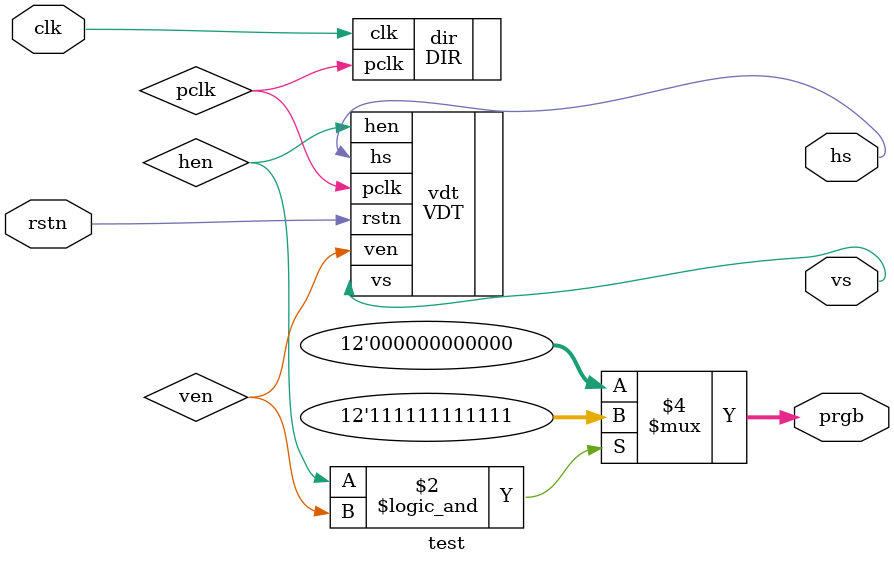
<source format=v>
`timescale 1ns / 1ps


module test(input clk,
            rstn,
            output reg[11:0] prgb,
            output hs,
            output vs);
    wire hen,ven;
    DIR dir(.clk(clk),.pclk(pclk));
    VDT vdt(.pclk(pclk),.rstn(rstn),.hen(hen),.ven(ven),.hs(hs),.vs(vs));
    always @(*) begin
        if (hen&&ven)
            prgb <= 12'hfff;
        else
            prgb <= 0;
    end
endmodule

</source>
